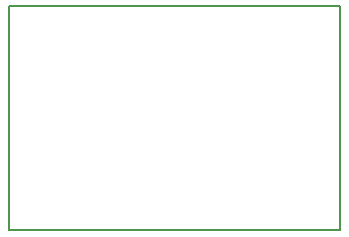
<source format=gm1>
G04 #@! TF.GenerationSoftware,KiCad,Pcbnew,(5.0.0-rc3-dev-2-g101b68b61)*
G04 #@! TF.CreationDate,2018-07-10T22:45:55+02:00*
G04 #@! TF.ProjectId,componentsearchengine,636F6D706F6E656E7473656172636865,rev?*
G04 #@! TF.SameCoordinates,Original*
G04 #@! TF.FileFunction,Profile,NP*
%FSLAX46Y46*%
G04 Gerber Fmt 4.6, Leading zero omitted, Abs format (unit mm)*
G04 Created by KiCad (PCBNEW (5.0.0-rc3-dev-2-g101b68b61)) date 07/10/18 22:45:55*
%MOMM*%
%LPD*%
G01*
G04 APERTURE LIST*
%ADD10C,0.150000*%
G04 APERTURE END LIST*
D10*
X81000000Y-48000000D02*
X81000000Y-29000000D01*
X109000000Y-48000000D02*
X81000000Y-48000000D01*
X109000000Y-29000000D02*
X109000000Y-48000000D01*
X81000000Y-29000000D02*
X109000000Y-29000000D01*
M02*

</source>
